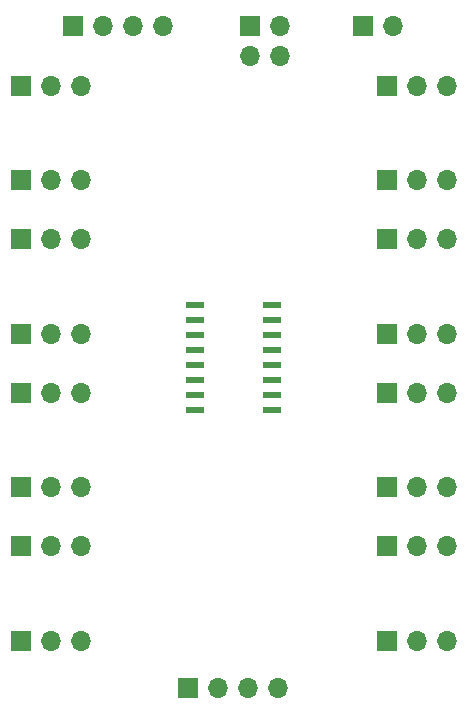
<source format=gbr>
%TF.GenerationSoftware,KiCad,Pcbnew,8.0.3*%
%TF.CreationDate,2024-06-28T14:01:33-07:00*%
%TF.ProjectId,smartstake-mux-breakout,736d6172-7473-4746-916b-652d6d75782d,rev?*%
%TF.SameCoordinates,Original*%
%TF.FileFunction,Soldermask,Top*%
%TF.FilePolarity,Negative*%
%FSLAX46Y46*%
G04 Gerber Fmt 4.6, Leading zero omitted, Abs format (unit mm)*
G04 Created by KiCad (PCBNEW 8.0.3) date 2024-06-28 14:01:33*
%MOMM*%
%LPD*%
G01*
G04 APERTURE LIST*
G04 Aperture macros list*
%AMRoundRect*
0 Rectangle with rounded corners*
0 $1 Rounding radius*
0 $2 $3 $4 $5 $6 $7 $8 $9 X,Y pos of 4 corners*
0 Add a 4 corners polygon primitive as box body*
4,1,4,$2,$3,$4,$5,$6,$7,$8,$9,$2,$3,0*
0 Add four circle primitives for the rounded corners*
1,1,$1+$1,$2,$3*
1,1,$1+$1,$4,$5*
1,1,$1+$1,$6,$7*
1,1,$1+$1,$8,$9*
0 Add four rect primitives between the rounded corners*
20,1,$1+$1,$2,$3,$4,$5,0*
20,1,$1+$1,$4,$5,$6,$7,0*
20,1,$1+$1,$6,$7,$8,$9,0*
20,1,$1+$1,$8,$9,$2,$3,0*%
G04 Aperture macros list end*
%ADD10R,1.700000X1.700000*%
%ADD11O,1.700000X1.700000*%
%ADD12RoundRect,0.137500X0.662500X0.137500X-0.662500X0.137500X-0.662500X-0.137500X0.662500X-0.137500X0*%
G04 APERTURE END LIST*
D10*
%TO.C,J20*%
X56130000Y-98000000D03*
D11*
X58670000Y-98000000D03*
X61210000Y-98000000D03*
X63750000Y-98000000D03*
%TD*%
D10*
%TO.C,J4*%
X42000000Y-47000000D03*
D11*
X44540000Y-47000000D03*
X47080000Y-47000000D03*
%TD*%
D10*
%TO.C,J18*%
X72950000Y-86000000D03*
D11*
X75490000Y-86000000D03*
X78030000Y-86000000D03*
%TD*%
D10*
%TO.C,J11*%
X42000000Y-94000000D03*
D11*
X44540000Y-94000000D03*
X47080000Y-94000000D03*
%TD*%
D10*
%TO.C,J19*%
X72950000Y-94000000D03*
D11*
X75490000Y-94000000D03*
X78030000Y-94000000D03*
%TD*%
D10*
%TO.C,J2*%
X46380000Y-42000000D03*
D11*
X48920000Y-42000000D03*
X51460000Y-42000000D03*
X54000000Y-42000000D03*
%TD*%
D10*
%TO.C,J10*%
X42000000Y-86000000D03*
D11*
X44540000Y-86000000D03*
X47080000Y-86000000D03*
%TD*%
D10*
%TO.C,J7*%
X42000000Y-68000000D03*
D11*
X44540000Y-68000000D03*
X47080000Y-68000000D03*
%TD*%
D12*
%TO.C,U1*%
X63250000Y-74445000D03*
X63250000Y-73175000D03*
X63250000Y-71905000D03*
X63250000Y-70635000D03*
X63250000Y-69365000D03*
X63250000Y-68095000D03*
X63250000Y-66825000D03*
X63250000Y-65555000D03*
X56750000Y-65555000D03*
X56750000Y-66825000D03*
X56750000Y-68095000D03*
X56750000Y-69365000D03*
X56750000Y-70635000D03*
X56750000Y-71905000D03*
X56750000Y-73175000D03*
X56750000Y-74445000D03*
%TD*%
D10*
%TO.C,J15*%
X72950000Y-68000000D03*
D11*
X75490000Y-68000000D03*
X78030000Y-68000000D03*
%TD*%
D10*
%TO.C,J12*%
X72950000Y-47000000D03*
D11*
X75490000Y-47000000D03*
X78030000Y-47000000D03*
%TD*%
D10*
%TO.C,J13*%
X72950000Y-55000000D03*
D11*
X75490000Y-55000000D03*
X78030000Y-55000000D03*
%TD*%
D10*
%TO.C,J3*%
X70920000Y-42000000D03*
D11*
X73460000Y-42000000D03*
%TD*%
D10*
%TO.C,J17*%
X72950000Y-81000000D03*
D11*
X75490000Y-81000000D03*
X78030000Y-81000000D03*
%TD*%
D10*
%TO.C,J14*%
X72950000Y-60000000D03*
D11*
X75490000Y-60000000D03*
X78030000Y-60000000D03*
%TD*%
D10*
%TO.C,J8*%
X42000000Y-73000000D03*
D11*
X44540000Y-73000000D03*
X47080000Y-73000000D03*
%TD*%
D10*
%TO.C,J16*%
X72950000Y-73000000D03*
D11*
X75490000Y-73000000D03*
X78030000Y-73000000D03*
%TD*%
D10*
%TO.C,J9*%
X42000000Y-81000000D03*
D11*
X44540000Y-81000000D03*
X47080000Y-81000000D03*
%TD*%
D10*
%TO.C,J6*%
X42000000Y-60000000D03*
D11*
X44540000Y-60000000D03*
X47080000Y-60000000D03*
%TD*%
D10*
%TO.C,J1*%
X61380000Y-42000000D03*
D11*
X63920000Y-42000000D03*
X61380000Y-44540000D03*
X63920000Y-44540000D03*
%TD*%
D10*
%TO.C,J5*%
X42000000Y-55000000D03*
D11*
X44540000Y-55000000D03*
X47080000Y-55000000D03*
%TD*%
M02*

</source>
